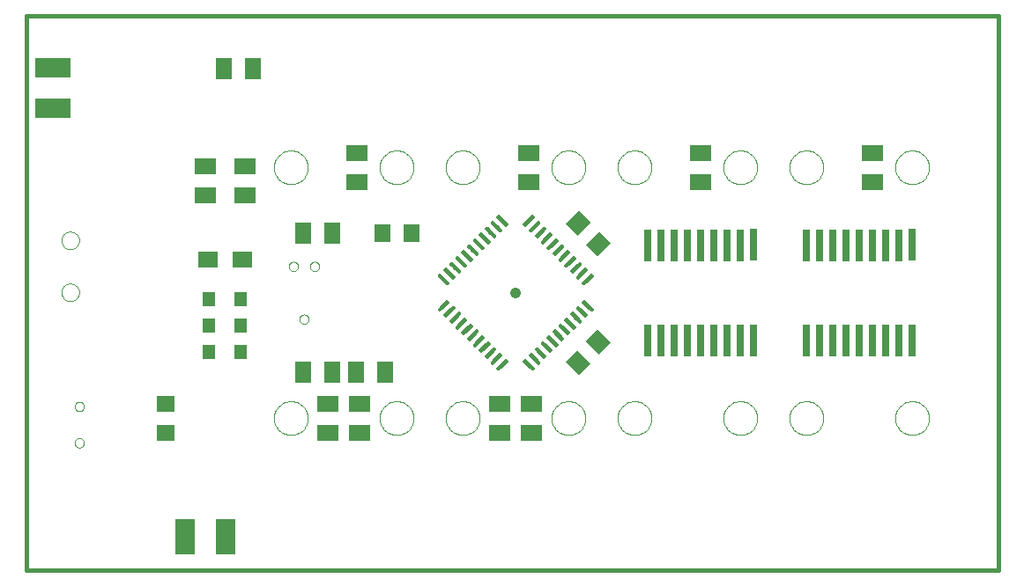
<source format=gbp>
G75*
G70*
%OFA0B0*%
%FSLAX24Y24*%
%IPPOS*%
%LPD*%
%AMOC8*
5,1,8,0,0,1.08239X$1,22.5*
%
%ADD10C,0.0160*%
%ADD11C,0.0000*%
%ADD12R,0.0630X0.0787*%
%ADD13R,0.0630X0.0709*%
%ADD14R,0.0787X0.0630*%
%ADD15R,0.0260X0.1200*%
%ADD16R,0.1339X0.0748*%
%ADD17R,0.0748X0.1339*%
%ADD18R,0.0748X0.0630*%
%ADD19R,0.0472X0.0551*%
%ADD20R,0.0709X0.0630*%
%ADD21C,0.0142*%
%ADD22C,0.0394*%
D10*
X000620Y000267D02*
X037370Y000267D01*
X037370Y021267D01*
X000620Y021267D01*
X000620Y000267D01*
D11*
X002443Y005078D02*
X002445Y005104D01*
X002451Y005130D01*
X002461Y005155D01*
X002474Y005178D01*
X002490Y005198D01*
X002510Y005216D01*
X002532Y005231D01*
X002555Y005243D01*
X002581Y005251D01*
X002607Y005255D01*
X002633Y005255D01*
X002659Y005251D01*
X002685Y005243D01*
X002709Y005231D01*
X002730Y005216D01*
X002750Y005198D01*
X002766Y005178D01*
X002779Y005155D01*
X002789Y005130D01*
X002795Y005104D01*
X002797Y005078D01*
X002795Y005052D01*
X002789Y005026D01*
X002779Y005001D01*
X002766Y004978D01*
X002750Y004958D01*
X002730Y004940D01*
X002708Y004925D01*
X002685Y004913D01*
X002659Y004905D01*
X002633Y004901D01*
X002607Y004901D01*
X002581Y004905D01*
X002555Y004913D01*
X002531Y004925D01*
X002510Y004940D01*
X002490Y004958D01*
X002474Y004978D01*
X002461Y005001D01*
X002451Y005026D01*
X002445Y005052D01*
X002443Y005078D01*
X002443Y006456D02*
X002445Y006482D01*
X002451Y006508D01*
X002461Y006533D01*
X002474Y006556D01*
X002490Y006576D01*
X002510Y006594D01*
X002532Y006609D01*
X002555Y006621D01*
X002581Y006629D01*
X002607Y006633D01*
X002633Y006633D01*
X002659Y006629D01*
X002685Y006621D01*
X002709Y006609D01*
X002730Y006594D01*
X002750Y006576D01*
X002766Y006556D01*
X002779Y006533D01*
X002789Y006508D01*
X002795Y006482D01*
X002797Y006456D01*
X002795Y006430D01*
X002789Y006404D01*
X002779Y006379D01*
X002766Y006356D01*
X002750Y006336D01*
X002730Y006318D01*
X002708Y006303D01*
X002685Y006291D01*
X002659Y006283D01*
X002633Y006279D01*
X002607Y006279D01*
X002581Y006283D01*
X002555Y006291D01*
X002531Y006303D01*
X002510Y006318D01*
X002490Y006336D01*
X002474Y006356D01*
X002461Y006379D01*
X002451Y006404D01*
X002445Y006430D01*
X002443Y006456D01*
X001939Y010782D02*
X001941Y010818D01*
X001947Y010854D01*
X001957Y010889D01*
X001970Y010923D01*
X001987Y010955D01*
X002007Y010985D01*
X002031Y011012D01*
X002057Y011037D01*
X002086Y011059D01*
X002117Y011078D01*
X002150Y011093D01*
X002184Y011105D01*
X002220Y011113D01*
X002256Y011117D01*
X002292Y011117D01*
X002328Y011113D01*
X002364Y011105D01*
X002398Y011093D01*
X002431Y011078D01*
X002462Y011059D01*
X002491Y011037D01*
X002517Y011012D01*
X002541Y010985D01*
X002561Y010955D01*
X002578Y010923D01*
X002591Y010889D01*
X002601Y010854D01*
X002607Y010818D01*
X002609Y010782D01*
X002607Y010746D01*
X002601Y010710D01*
X002591Y010675D01*
X002578Y010641D01*
X002561Y010609D01*
X002541Y010579D01*
X002517Y010552D01*
X002491Y010527D01*
X002462Y010505D01*
X002431Y010486D01*
X002398Y010471D01*
X002364Y010459D01*
X002328Y010451D01*
X002292Y010447D01*
X002256Y010447D01*
X002220Y010451D01*
X002184Y010459D01*
X002150Y010471D01*
X002117Y010486D01*
X002086Y010505D01*
X002057Y010527D01*
X002031Y010552D01*
X002007Y010579D01*
X001987Y010609D01*
X001970Y010641D01*
X001957Y010675D01*
X001947Y010710D01*
X001941Y010746D01*
X001939Y010782D01*
X001939Y012751D02*
X001941Y012787D01*
X001947Y012823D01*
X001957Y012858D01*
X001970Y012892D01*
X001987Y012924D01*
X002007Y012954D01*
X002031Y012981D01*
X002057Y013006D01*
X002086Y013028D01*
X002117Y013047D01*
X002150Y013062D01*
X002184Y013074D01*
X002220Y013082D01*
X002256Y013086D01*
X002292Y013086D01*
X002328Y013082D01*
X002364Y013074D01*
X002398Y013062D01*
X002431Y013047D01*
X002462Y013028D01*
X002491Y013006D01*
X002517Y012981D01*
X002541Y012954D01*
X002561Y012924D01*
X002578Y012892D01*
X002591Y012858D01*
X002601Y012823D01*
X002607Y012787D01*
X002609Y012751D01*
X002607Y012715D01*
X002601Y012679D01*
X002591Y012644D01*
X002578Y012610D01*
X002561Y012578D01*
X002541Y012548D01*
X002517Y012521D01*
X002491Y012496D01*
X002462Y012474D01*
X002431Y012455D01*
X002398Y012440D01*
X002364Y012428D01*
X002328Y012420D01*
X002292Y012416D01*
X002256Y012416D01*
X002220Y012420D01*
X002184Y012428D01*
X002150Y012440D01*
X002117Y012455D01*
X002086Y012474D01*
X002057Y012496D01*
X002031Y012521D01*
X002007Y012548D01*
X001987Y012578D01*
X001970Y012610D01*
X001957Y012644D01*
X001947Y012679D01*
X001941Y012715D01*
X001939Y012751D01*
X010545Y011767D02*
X010547Y011793D01*
X010553Y011819D01*
X010562Y011843D01*
X010575Y011866D01*
X010592Y011886D01*
X010611Y011904D01*
X010633Y011919D01*
X010656Y011930D01*
X010681Y011938D01*
X010707Y011942D01*
X010733Y011942D01*
X010759Y011938D01*
X010784Y011930D01*
X010808Y011919D01*
X010829Y011904D01*
X010848Y011886D01*
X010865Y011866D01*
X010878Y011843D01*
X010887Y011819D01*
X010893Y011793D01*
X010895Y011767D01*
X010893Y011741D01*
X010887Y011715D01*
X010878Y011691D01*
X010865Y011668D01*
X010848Y011648D01*
X010829Y011630D01*
X010807Y011615D01*
X010784Y011604D01*
X010759Y011596D01*
X010733Y011592D01*
X010707Y011592D01*
X010681Y011596D01*
X010656Y011604D01*
X010632Y011615D01*
X010611Y011630D01*
X010592Y011648D01*
X010575Y011668D01*
X010562Y011691D01*
X010553Y011715D01*
X010547Y011741D01*
X010545Y011767D01*
X011345Y011767D02*
X011347Y011793D01*
X011353Y011819D01*
X011362Y011843D01*
X011375Y011866D01*
X011392Y011886D01*
X011411Y011904D01*
X011433Y011919D01*
X011456Y011930D01*
X011481Y011938D01*
X011507Y011942D01*
X011533Y011942D01*
X011559Y011938D01*
X011584Y011930D01*
X011608Y011919D01*
X011629Y011904D01*
X011648Y011886D01*
X011665Y011866D01*
X011678Y011843D01*
X011687Y011819D01*
X011693Y011793D01*
X011695Y011767D01*
X011693Y011741D01*
X011687Y011715D01*
X011678Y011691D01*
X011665Y011668D01*
X011648Y011648D01*
X011629Y011630D01*
X011607Y011615D01*
X011584Y011604D01*
X011559Y011596D01*
X011533Y011592D01*
X011507Y011592D01*
X011481Y011596D01*
X011456Y011604D01*
X011432Y011615D01*
X011411Y011630D01*
X011392Y011648D01*
X011375Y011668D01*
X011362Y011691D01*
X011353Y011715D01*
X011347Y011741D01*
X011345Y011767D01*
X010945Y009767D02*
X010947Y009793D01*
X010953Y009819D01*
X010962Y009843D01*
X010975Y009866D01*
X010992Y009886D01*
X011011Y009904D01*
X011033Y009919D01*
X011056Y009930D01*
X011081Y009938D01*
X011107Y009942D01*
X011133Y009942D01*
X011159Y009938D01*
X011184Y009930D01*
X011208Y009919D01*
X011229Y009904D01*
X011248Y009886D01*
X011265Y009866D01*
X011278Y009843D01*
X011287Y009819D01*
X011293Y009793D01*
X011295Y009767D01*
X011293Y009741D01*
X011287Y009715D01*
X011278Y009691D01*
X011265Y009668D01*
X011248Y009648D01*
X011229Y009630D01*
X011207Y009615D01*
X011184Y009604D01*
X011159Y009596D01*
X011133Y009592D01*
X011107Y009592D01*
X011081Y009596D01*
X011056Y009604D01*
X011032Y009615D01*
X011011Y009630D01*
X010992Y009648D01*
X010975Y009668D01*
X010962Y009691D01*
X010953Y009715D01*
X010947Y009741D01*
X010945Y009767D01*
X009980Y006017D02*
X009982Y006067D01*
X009988Y006117D01*
X009998Y006166D01*
X010011Y006215D01*
X010029Y006262D01*
X010050Y006308D01*
X010074Y006351D01*
X010102Y006393D01*
X010133Y006433D01*
X010167Y006470D01*
X010204Y006504D01*
X010244Y006535D01*
X010286Y006563D01*
X010329Y006587D01*
X010375Y006608D01*
X010422Y006626D01*
X010471Y006639D01*
X010520Y006649D01*
X010570Y006655D01*
X010620Y006657D01*
X010670Y006655D01*
X010720Y006649D01*
X010769Y006639D01*
X010818Y006626D01*
X010865Y006608D01*
X010911Y006587D01*
X010954Y006563D01*
X010996Y006535D01*
X011036Y006504D01*
X011073Y006470D01*
X011107Y006433D01*
X011138Y006393D01*
X011166Y006351D01*
X011190Y006308D01*
X011211Y006262D01*
X011229Y006215D01*
X011242Y006166D01*
X011252Y006117D01*
X011258Y006067D01*
X011260Y006017D01*
X011258Y005967D01*
X011252Y005917D01*
X011242Y005868D01*
X011229Y005819D01*
X011211Y005772D01*
X011190Y005726D01*
X011166Y005683D01*
X011138Y005641D01*
X011107Y005601D01*
X011073Y005564D01*
X011036Y005530D01*
X010996Y005499D01*
X010954Y005471D01*
X010911Y005447D01*
X010865Y005426D01*
X010818Y005408D01*
X010769Y005395D01*
X010720Y005385D01*
X010670Y005379D01*
X010620Y005377D01*
X010570Y005379D01*
X010520Y005385D01*
X010471Y005395D01*
X010422Y005408D01*
X010375Y005426D01*
X010329Y005447D01*
X010286Y005471D01*
X010244Y005499D01*
X010204Y005530D01*
X010167Y005564D01*
X010133Y005601D01*
X010102Y005641D01*
X010074Y005683D01*
X010050Y005726D01*
X010029Y005772D01*
X010011Y005819D01*
X009998Y005868D01*
X009988Y005917D01*
X009982Y005967D01*
X009980Y006017D01*
X013980Y006017D02*
X013982Y006067D01*
X013988Y006117D01*
X013998Y006166D01*
X014011Y006215D01*
X014029Y006262D01*
X014050Y006308D01*
X014074Y006351D01*
X014102Y006393D01*
X014133Y006433D01*
X014167Y006470D01*
X014204Y006504D01*
X014244Y006535D01*
X014286Y006563D01*
X014329Y006587D01*
X014375Y006608D01*
X014422Y006626D01*
X014471Y006639D01*
X014520Y006649D01*
X014570Y006655D01*
X014620Y006657D01*
X014670Y006655D01*
X014720Y006649D01*
X014769Y006639D01*
X014818Y006626D01*
X014865Y006608D01*
X014911Y006587D01*
X014954Y006563D01*
X014996Y006535D01*
X015036Y006504D01*
X015073Y006470D01*
X015107Y006433D01*
X015138Y006393D01*
X015166Y006351D01*
X015190Y006308D01*
X015211Y006262D01*
X015229Y006215D01*
X015242Y006166D01*
X015252Y006117D01*
X015258Y006067D01*
X015260Y006017D01*
X015258Y005967D01*
X015252Y005917D01*
X015242Y005868D01*
X015229Y005819D01*
X015211Y005772D01*
X015190Y005726D01*
X015166Y005683D01*
X015138Y005641D01*
X015107Y005601D01*
X015073Y005564D01*
X015036Y005530D01*
X014996Y005499D01*
X014954Y005471D01*
X014911Y005447D01*
X014865Y005426D01*
X014818Y005408D01*
X014769Y005395D01*
X014720Y005385D01*
X014670Y005379D01*
X014620Y005377D01*
X014570Y005379D01*
X014520Y005385D01*
X014471Y005395D01*
X014422Y005408D01*
X014375Y005426D01*
X014329Y005447D01*
X014286Y005471D01*
X014244Y005499D01*
X014204Y005530D01*
X014167Y005564D01*
X014133Y005601D01*
X014102Y005641D01*
X014074Y005683D01*
X014050Y005726D01*
X014029Y005772D01*
X014011Y005819D01*
X013998Y005868D01*
X013988Y005917D01*
X013982Y005967D01*
X013980Y006017D01*
X016480Y006017D02*
X016482Y006067D01*
X016488Y006117D01*
X016498Y006166D01*
X016511Y006215D01*
X016529Y006262D01*
X016550Y006308D01*
X016574Y006351D01*
X016602Y006393D01*
X016633Y006433D01*
X016667Y006470D01*
X016704Y006504D01*
X016744Y006535D01*
X016786Y006563D01*
X016829Y006587D01*
X016875Y006608D01*
X016922Y006626D01*
X016971Y006639D01*
X017020Y006649D01*
X017070Y006655D01*
X017120Y006657D01*
X017170Y006655D01*
X017220Y006649D01*
X017269Y006639D01*
X017318Y006626D01*
X017365Y006608D01*
X017411Y006587D01*
X017454Y006563D01*
X017496Y006535D01*
X017536Y006504D01*
X017573Y006470D01*
X017607Y006433D01*
X017638Y006393D01*
X017666Y006351D01*
X017690Y006308D01*
X017711Y006262D01*
X017729Y006215D01*
X017742Y006166D01*
X017752Y006117D01*
X017758Y006067D01*
X017760Y006017D01*
X017758Y005967D01*
X017752Y005917D01*
X017742Y005868D01*
X017729Y005819D01*
X017711Y005772D01*
X017690Y005726D01*
X017666Y005683D01*
X017638Y005641D01*
X017607Y005601D01*
X017573Y005564D01*
X017536Y005530D01*
X017496Y005499D01*
X017454Y005471D01*
X017411Y005447D01*
X017365Y005426D01*
X017318Y005408D01*
X017269Y005395D01*
X017220Y005385D01*
X017170Y005379D01*
X017120Y005377D01*
X017070Y005379D01*
X017020Y005385D01*
X016971Y005395D01*
X016922Y005408D01*
X016875Y005426D01*
X016829Y005447D01*
X016786Y005471D01*
X016744Y005499D01*
X016704Y005530D01*
X016667Y005564D01*
X016633Y005601D01*
X016602Y005641D01*
X016574Y005683D01*
X016550Y005726D01*
X016529Y005772D01*
X016511Y005819D01*
X016498Y005868D01*
X016488Y005917D01*
X016482Y005967D01*
X016480Y006017D01*
X020480Y006017D02*
X020482Y006067D01*
X020488Y006117D01*
X020498Y006166D01*
X020511Y006215D01*
X020529Y006262D01*
X020550Y006308D01*
X020574Y006351D01*
X020602Y006393D01*
X020633Y006433D01*
X020667Y006470D01*
X020704Y006504D01*
X020744Y006535D01*
X020786Y006563D01*
X020829Y006587D01*
X020875Y006608D01*
X020922Y006626D01*
X020971Y006639D01*
X021020Y006649D01*
X021070Y006655D01*
X021120Y006657D01*
X021170Y006655D01*
X021220Y006649D01*
X021269Y006639D01*
X021318Y006626D01*
X021365Y006608D01*
X021411Y006587D01*
X021454Y006563D01*
X021496Y006535D01*
X021536Y006504D01*
X021573Y006470D01*
X021607Y006433D01*
X021638Y006393D01*
X021666Y006351D01*
X021690Y006308D01*
X021711Y006262D01*
X021729Y006215D01*
X021742Y006166D01*
X021752Y006117D01*
X021758Y006067D01*
X021760Y006017D01*
X021758Y005967D01*
X021752Y005917D01*
X021742Y005868D01*
X021729Y005819D01*
X021711Y005772D01*
X021690Y005726D01*
X021666Y005683D01*
X021638Y005641D01*
X021607Y005601D01*
X021573Y005564D01*
X021536Y005530D01*
X021496Y005499D01*
X021454Y005471D01*
X021411Y005447D01*
X021365Y005426D01*
X021318Y005408D01*
X021269Y005395D01*
X021220Y005385D01*
X021170Y005379D01*
X021120Y005377D01*
X021070Y005379D01*
X021020Y005385D01*
X020971Y005395D01*
X020922Y005408D01*
X020875Y005426D01*
X020829Y005447D01*
X020786Y005471D01*
X020744Y005499D01*
X020704Y005530D01*
X020667Y005564D01*
X020633Y005601D01*
X020602Y005641D01*
X020574Y005683D01*
X020550Y005726D01*
X020529Y005772D01*
X020511Y005819D01*
X020498Y005868D01*
X020488Y005917D01*
X020482Y005967D01*
X020480Y006017D01*
X022980Y006017D02*
X022982Y006067D01*
X022988Y006117D01*
X022998Y006166D01*
X023011Y006215D01*
X023029Y006262D01*
X023050Y006308D01*
X023074Y006351D01*
X023102Y006393D01*
X023133Y006433D01*
X023167Y006470D01*
X023204Y006504D01*
X023244Y006535D01*
X023286Y006563D01*
X023329Y006587D01*
X023375Y006608D01*
X023422Y006626D01*
X023471Y006639D01*
X023520Y006649D01*
X023570Y006655D01*
X023620Y006657D01*
X023670Y006655D01*
X023720Y006649D01*
X023769Y006639D01*
X023818Y006626D01*
X023865Y006608D01*
X023911Y006587D01*
X023954Y006563D01*
X023996Y006535D01*
X024036Y006504D01*
X024073Y006470D01*
X024107Y006433D01*
X024138Y006393D01*
X024166Y006351D01*
X024190Y006308D01*
X024211Y006262D01*
X024229Y006215D01*
X024242Y006166D01*
X024252Y006117D01*
X024258Y006067D01*
X024260Y006017D01*
X024258Y005967D01*
X024252Y005917D01*
X024242Y005868D01*
X024229Y005819D01*
X024211Y005772D01*
X024190Y005726D01*
X024166Y005683D01*
X024138Y005641D01*
X024107Y005601D01*
X024073Y005564D01*
X024036Y005530D01*
X023996Y005499D01*
X023954Y005471D01*
X023911Y005447D01*
X023865Y005426D01*
X023818Y005408D01*
X023769Y005395D01*
X023720Y005385D01*
X023670Y005379D01*
X023620Y005377D01*
X023570Y005379D01*
X023520Y005385D01*
X023471Y005395D01*
X023422Y005408D01*
X023375Y005426D01*
X023329Y005447D01*
X023286Y005471D01*
X023244Y005499D01*
X023204Y005530D01*
X023167Y005564D01*
X023133Y005601D01*
X023102Y005641D01*
X023074Y005683D01*
X023050Y005726D01*
X023029Y005772D01*
X023011Y005819D01*
X022998Y005868D01*
X022988Y005917D01*
X022982Y005967D01*
X022980Y006017D01*
X026980Y006017D02*
X026982Y006067D01*
X026988Y006117D01*
X026998Y006166D01*
X027011Y006215D01*
X027029Y006262D01*
X027050Y006308D01*
X027074Y006351D01*
X027102Y006393D01*
X027133Y006433D01*
X027167Y006470D01*
X027204Y006504D01*
X027244Y006535D01*
X027286Y006563D01*
X027329Y006587D01*
X027375Y006608D01*
X027422Y006626D01*
X027471Y006639D01*
X027520Y006649D01*
X027570Y006655D01*
X027620Y006657D01*
X027670Y006655D01*
X027720Y006649D01*
X027769Y006639D01*
X027818Y006626D01*
X027865Y006608D01*
X027911Y006587D01*
X027954Y006563D01*
X027996Y006535D01*
X028036Y006504D01*
X028073Y006470D01*
X028107Y006433D01*
X028138Y006393D01*
X028166Y006351D01*
X028190Y006308D01*
X028211Y006262D01*
X028229Y006215D01*
X028242Y006166D01*
X028252Y006117D01*
X028258Y006067D01*
X028260Y006017D01*
X028258Y005967D01*
X028252Y005917D01*
X028242Y005868D01*
X028229Y005819D01*
X028211Y005772D01*
X028190Y005726D01*
X028166Y005683D01*
X028138Y005641D01*
X028107Y005601D01*
X028073Y005564D01*
X028036Y005530D01*
X027996Y005499D01*
X027954Y005471D01*
X027911Y005447D01*
X027865Y005426D01*
X027818Y005408D01*
X027769Y005395D01*
X027720Y005385D01*
X027670Y005379D01*
X027620Y005377D01*
X027570Y005379D01*
X027520Y005385D01*
X027471Y005395D01*
X027422Y005408D01*
X027375Y005426D01*
X027329Y005447D01*
X027286Y005471D01*
X027244Y005499D01*
X027204Y005530D01*
X027167Y005564D01*
X027133Y005601D01*
X027102Y005641D01*
X027074Y005683D01*
X027050Y005726D01*
X027029Y005772D01*
X027011Y005819D01*
X026998Y005868D01*
X026988Y005917D01*
X026982Y005967D01*
X026980Y006017D01*
X029480Y006017D02*
X029482Y006067D01*
X029488Y006117D01*
X029498Y006166D01*
X029511Y006215D01*
X029529Y006262D01*
X029550Y006308D01*
X029574Y006351D01*
X029602Y006393D01*
X029633Y006433D01*
X029667Y006470D01*
X029704Y006504D01*
X029744Y006535D01*
X029786Y006563D01*
X029829Y006587D01*
X029875Y006608D01*
X029922Y006626D01*
X029971Y006639D01*
X030020Y006649D01*
X030070Y006655D01*
X030120Y006657D01*
X030170Y006655D01*
X030220Y006649D01*
X030269Y006639D01*
X030318Y006626D01*
X030365Y006608D01*
X030411Y006587D01*
X030454Y006563D01*
X030496Y006535D01*
X030536Y006504D01*
X030573Y006470D01*
X030607Y006433D01*
X030638Y006393D01*
X030666Y006351D01*
X030690Y006308D01*
X030711Y006262D01*
X030729Y006215D01*
X030742Y006166D01*
X030752Y006117D01*
X030758Y006067D01*
X030760Y006017D01*
X030758Y005967D01*
X030752Y005917D01*
X030742Y005868D01*
X030729Y005819D01*
X030711Y005772D01*
X030690Y005726D01*
X030666Y005683D01*
X030638Y005641D01*
X030607Y005601D01*
X030573Y005564D01*
X030536Y005530D01*
X030496Y005499D01*
X030454Y005471D01*
X030411Y005447D01*
X030365Y005426D01*
X030318Y005408D01*
X030269Y005395D01*
X030220Y005385D01*
X030170Y005379D01*
X030120Y005377D01*
X030070Y005379D01*
X030020Y005385D01*
X029971Y005395D01*
X029922Y005408D01*
X029875Y005426D01*
X029829Y005447D01*
X029786Y005471D01*
X029744Y005499D01*
X029704Y005530D01*
X029667Y005564D01*
X029633Y005601D01*
X029602Y005641D01*
X029574Y005683D01*
X029550Y005726D01*
X029529Y005772D01*
X029511Y005819D01*
X029498Y005868D01*
X029488Y005917D01*
X029482Y005967D01*
X029480Y006017D01*
X033480Y006017D02*
X033482Y006067D01*
X033488Y006117D01*
X033498Y006166D01*
X033511Y006215D01*
X033529Y006262D01*
X033550Y006308D01*
X033574Y006351D01*
X033602Y006393D01*
X033633Y006433D01*
X033667Y006470D01*
X033704Y006504D01*
X033744Y006535D01*
X033786Y006563D01*
X033829Y006587D01*
X033875Y006608D01*
X033922Y006626D01*
X033971Y006639D01*
X034020Y006649D01*
X034070Y006655D01*
X034120Y006657D01*
X034170Y006655D01*
X034220Y006649D01*
X034269Y006639D01*
X034318Y006626D01*
X034365Y006608D01*
X034411Y006587D01*
X034454Y006563D01*
X034496Y006535D01*
X034536Y006504D01*
X034573Y006470D01*
X034607Y006433D01*
X034638Y006393D01*
X034666Y006351D01*
X034690Y006308D01*
X034711Y006262D01*
X034729Y006215D01*
X034742Y006166D01*
X034752Y006117D01*
X034758Y006067D01*
X034760Y006017D01*
X034758Y005967D01*
X034752Y005917D01*
X034742Y005868D01*
X034729Y005819D01*
X034711Y005772D01*
X034690Y005726D01*
X034666Y005683D01*
X034638Y005641D01*
X034607Y005601D01*
X034573Y005564D01*
X034536Y005530D01*
X034496Y005499D01*
X034454Y005471D01*
X034411Y005447D01*
X034365Y005426D01*
X034318Y005408D01*
X034269Y005395D01*
X034220Y005385D01*
X034170Y005379D01*
X034120Y005377D01*
X034070Y005379D01*
X034020Y005385D01*
X033971Y005395D01*
X033922Y005408D01*
X033875Y005426D01*
X033829Y005447D01*
X033786Y005471D01*
X033744Y005499D01*
X033704Y005530D01*
X033667Y005564D01*
X033633Y005601D01*
X033602Y005641D01*
X033574Y005683D01*
X033550Y005726D01*
X033529Y005772D01*
X033511Y005819D01*
X033498Y005868D01*
X033488Y005917D01*
X033482Y005967D01*
X033480Y006017D01*
X033480Y015517D02*
X033482Y015567D01*
X033488Y015617D01*
X033498Y015666D01*
X033511Y015715D01*
X033529Y015762D01*
X033550Y015808D01*
X033574Y015851D01*
X033602Y015893D01*
X033633Y015933D01*
X033667Y015970D01*
X033704Y016004D01*
X033744Y016035D01*
X033786Y016063D01*
X033829Y016087D01*
X033875Y016108D01*
X033922Y016126D01*
X033971Y016139D01*
X034020Y016149D01*
X034070Y016155D01*
X034120Y016157D01*
X034170Y016155D01*
X034220Y016149D01*
X034269Y016139D01*
X034318Y016126D01*
X034365Y016108D01*
X034411Y016087D01*
X034454Y016063D01*
X034496Y016035D01*
X034536Y016004D01*
X034573Y015970D01*
X034607Y015933D01*
X034638Y015893D01*
X034666Y015851D01*
X034690Y015808D01*
X034711Y015762D01*
X034729Y015715D01*
X034742Y015666D01*
X034752Y015617D01*
X034758Y015567D01*
X034760Y015517D01*
X034758Y015467D01*
X034752Y015417D01*
X034742Y015368D01*
X034729Y015319D01*
X034711Y015272D01*
X034690Y015226D01*
X034666Y015183D01*
X034638Y015141D01*
X034607Y015101D01*
X034573Y015064D01*
X034536Y015030D01*
X034496Y014999D01*
X034454Y014971D01*
X034411Y014947D01*
X034365Y014926D01*
X034318Y014908D01*
X034269Y014895D01*
X034220Y014885D01*
X034170Y014879D01*
X034120Y014877D01*
X034070Y014879D01*
X034020Y014885D01*
X033971Y014895D01*
X033922Y014908D01*
X033875Y014926D01*
X033829Y014947D01*
X033786Y014971D01*
X033744Y014999D01*
X033704Y015030D01*
X033667Y015064D01*
X033633Y015101D01*
X033602Y015141D01*
X033574Y015183D01*
X033550Y015226D01*
X033529Y015272D01*
X033511Y015319D01*
X033498Y015368D01*
X033488Y015417D01*
X033482Y015467D01*
X033480Y015517D01*
X029480Y015517D02*
X029482Y015567D01*
X029488Y015617D01*
X029498Y015666D01*
X029511Y015715D01*
X029529Y015762D01*
X029550Y015808D01*
X029574Y015851D01*
X029602Y015893D01*
X029633Y015933D01*
X029667Y015970D01*
X029704Y016004D01*
X029744Y016035D01*
X029786Y016063D01*
X029829Y016087D01*
X029875Y016108D01*
X029922Y016126D01*
X029971Y016139D01*
X030020Y016149D01*
X030070Y016155D01*
X030120Y016157D01*
X030170Y016155D01*
X030220Y016149D01*
X030269Y016139D01*
X030318Y016126D01*
X030365Y016108D01*
X030411Y016087D01*
X030454Y016063D01*
X030496Y016035D01*
X030536Y016004D01*
X030573Y015970D01*
X030607Y015933D01*
X030638Y015893D01*
X030666Y015851D01*
X030690Y015808D01*
X030711Y015762D01*
X030729Y015715D01*
X030742Y015666D01*
X030752Y015617D01*
X030758Y015567D01*
X030760Y015517D01*
X030758Y015467D01*
X030752Y015417D01*
X030742Y015368D01*
X030729Y015319D01*
X030711Y015272D01*
X030690Y015226D01*
X030666Y015183D01*
X030638Y015141D01*
X030607Y015101D01*
X030573Y015064D01*
X030536Y015030D01*
X030496Y014999D01*
X030454Y014971D01*
X030411Y014947D01*
X030365Y014926D01*
X030318Y014908D01*
X030269Y014895D01*
X030220Y014885D01*
X030170Y014879D01*
X030120Y014877D01*
X030070Y014879D01*
X030020Y014885D01*
X029971Y014895D01*
X029922Y014908D01*
X029875Y014926D01*
X029829Y014947D01*
X029786Y014971D01*
X029744Y014999D01*
X029704Y015030D01*
X029667Y015064D01*
X029633Y015101D01*
X029602Y015141D01*
X029574Y015183D01*
X029550Y015226D01*
X029529Y015272D01*
X029511Y015319D01*
X029498Y015368D01*
X029488Y015417D01*
X029482Y015467D01*
X029480Y015517D01*
X026980Y015517D02*
X026982Y015567D01*
X026988Y015617D01*
X026998Y015666D01*
X027011Y015715D01*
X027029Y015762D01*
X027050Y015808D01*
X027074Y015851D01*
X027102Y015893D01*
X027133Y015933D01*
X027167Y015970D01*
X027204Y016004D01*
X027244Y016035D01*
X027286Y016063D01*
X027329Y016087D01*
X027375Y016108D01*
X027422Y016126D01*
X027471Y016139D01*
X027520Y016149D01*
X027570Y016155D01*
X027620Y016157D01*
X027670Y016155D01*
X027720Y016149D01*
X027769Y016139D01*
X027818Y016126D01*
X027865Y016108D01*
X027911Y016087D01*
X027954Y016063D01*
X027996Y016035D01*
X028036Y016004D01*
X028073Y015970D01*
X028107Y015933D01*
X028138Y015893D01*
X028166Y015851D01*
X028190Y015808D01*
X028211Y015762D01*
X028229Y015715D01*
X028242Y015666D01*
X028252Y015617D01*
X028258Y015567D01*
X028260Y015517D01*
X028258Y015467D01*
X028252Y015417D01*
X028242Y015368D01*
X028229Y015319D01*
X028211Y015272D01*
X028190Y015226D01*
X028166Y015183D01*
X028138Y015141D01*
X028107Y015101D01*
X028073Y015064D01*
X028036Y015030D01*
X027996Y014999D01*
X027954Y014971D01*
X027911Y014947D01*
X027865Y014926D01*
X027818Y014908D01*
X027769Y014895D01*
X027720Y014885D01*
X027670Y014879D01*
X027620Y014877D01*
X027570Y014879D01*
X027520Y014885D01*
X027471Y014895D01*
X027422Y014908D01*
X027375Y014926D01*
X027329Y014947D01*
X027286Y014971D01*
X027244Y014999D01*
X027204Y015030D01*
X027167Y015064D01*
X027133Y015101D01*
X027102Y015141D01*
X027074Y015183D01*
X027050Y015226D01*
X027029Y015272D01*
X027011Y015319D01*
X026998Y015368D01*
X026988Y015417D01*
X026982Y015467D01*
X026980Y015517D01*
X022980Y015517D02*
X022982Y015567D01*
X022988Y015617D01*
X022998Y015666D01*
X023011Y015715D01*
X023029Y015762D01*
X023050Y015808D01*
X023074Y015851D01*
X023102Y015893D01*
X023133Y015933D01*
X023167Y015970D01*
X023204Y016004D01*
X023244Y016035D01*
X023286Y016063D01*
X023329Y016087D01*
X023375Y016108D01*
X023422Y016126D01*
X023471Y016139D01*
X023520Y016149D01*
X023570Y016155D01*
X023620Y016157D01*
X023670Y016155D01*
X023720Y016149D01*
X023769Y016139D01*
X023818Y016126D01*
X023865Y016108D01*
X023911Y016087D01*
X023954Y016063D01*
X023996Y016035D01*
X024036Y016004D01*
X024073Y015970D01*
X024107Y015933D01*
X024138Y015893D01*
X024166Y015851D01*
X024190Y015808D01*
X024211Y015762D01*
X024229Y015715D01*
X024242Y015666D01*
X024252Y015617D01*
X024258Y015567D01*
X024260Y015517D01*
X024258Y015467D01*
X024252Y015417D01*
X024242Y015368D01*
X024229Y015319D01*
X024211Y015272D01*
X024190Y015226D01*
X024166Y015183D01*
X024138Y015141D01*
X024107Y015101D01*
X024073Y015064D01*
X024036Y015030D01*
X023996Y014999D01*
X023954Y014971D01*
X023911Y014947D01*
X023865Y014926D01*
X023818Y014908D01*
X023769Y014895D01*
X023720Y014885D01*
X023670Y014879D01*
X023620Y014877D01*
X023570Y014879D01*
X023520Y014885D01*
X023471Y014895D01*
X023422Y014908D01*
X023375Y014926D01*
X023329Y014947D01*
X023286Y014971D01*
X023244Y014999D01*
X023204Y015030D01*
X023167Y015064D01*
X023133Y015101D01*
X023102Y015141D01*
X023074Y015183D01*
X023050Y015226D01*
X023029Y015272D01*
X023011Y015319D01*
X022998Y015368D01*
X022988Y015417D01*
X022982Y015467D01*
X022980Y015517D01*
X020480Y015517D02*
X020482Y015567D01*
X020488Y015617D01*
X020498Y015666D01*
X020511Y015715D01*
X020529Y015762D01*
X020550Y015808D01*
X020574Y015851D01*
X020602Y015893D01*
X020633Y015933D01*
X020667Y015970D01*
X020704Y016004D01*
X020744Y016035D01*
X020786Y016063D01*
X020829Y016087D01*
X020875Y016108D01*
X020922Y016126D01*
X020971Y016139D01*
X021020Y016149D01*
X021070Y016155D01*
X021120Y016157D01*
X021170Y016155D01*
X021220Y016149D01*
X021269Y016139D01*
X021318Y016126D01*
X021365Y016108D01*
X021411Y016087D01*
X021454Y016063D01*
X021496Y016035D01*
X021536Y016004D01*
X021573Y015970D01*
X021607Y015933D01*
X021638Y015893D01*
X021666Y015851D01*
X021690Y015808D01*
X021711Y015762D01*
X021729Y015715D01*
X021742Y015666D01*
X021752Y015617D01*
X021758Y015567D01*
X021760Y015517D01*
X021758Y015467D01*
X021752Y015417D01*
X021742Y015368D01*
X021729Y015319D01*
X021711Y015272D01*
X021690Y015226D01*
X021666Y015183D01*
X021638Y015141D01*
X021607Y015101D01*
X021573Y015064D01*
X021536Y015030D01*
X021496Y014999D01*
X021454Y014971D01*
X021411Y014947D01*
X021365Y014926D01*
X021318Y014908D01*
X021269Y014895D01*
X021220Y014885D01*
X021170Y014879D01*
X021120Y014877D01*
X021070Y014879D01*
X021020Y014885D01*
X020971Y014895D01*
X020922Y014908D01*
X020875Y014926D01*
X020829Y014947D01*
X020786Y014971D01*
X020744Y014999D01*
X020704Y015030D01*
X020667Y015064D01*
X020633Y015101D01*
X020602Y015141D01*
X020574Y015183D01*
X020550Y015226D01*
X020529Y015272D01*
X020511Y015319D01*
X020498Y015368D01*
X020488Y015417D01*
X020482Y015467D01*
X020480Y015517D01*
X016480Y015517D02*
X016482Y015567D01*
X016488Y015617D01*
X016498Y015666D01*
X016511Y015715D01*
X016529Y015762D01*
X016550Y015808D01*
X016574Y015851D01*
X016602Y015893D01*
X016633Y015933D01*
X016667Y015970D01*
X016704Y016004D01*
X016744Y016035D01*
X016786Y016063D01*
X016829Y016087D01*
X016875Y016108D01*
X016922Y016126D01*
X016971Y016139D01*
X017020Y016149D01*
X017070Y016155D01*
X017120Y016157D01*
X017170Y016155D01*
X017220Y016149D01*
X017269Y016139D01*
X017318Y016126D01*
X017365Y016108D01*
X017411Y016087D01*
X017454Y016063D01*
X017496Y016035D01*
X017536Y016004D01*
X017573Y015970D01*
X017607Y015933D01*
X017638Y015893D01*
X017666Y015851D01*
X017690Y015808D01*
X017711Y015762D01*
X017729Y015715D01*
X017742Y015666D01*
X017752Y015617D01*
X017758Y015567D01*
X017760Y015517D01*
X017758Y015467D01*
X017752Y015417D01*
X017742Y015368D01*
X017729Y015319D01*
X017711Y015272D01*
X017690Y015226D01*
X017666Y015183D01*
X017638Y015141D01*
X017607Y015101D01*
X017573Y015064D01*
X017536Y015030D01*
X017496Y014999D01*
X017454Y014971D01*
X017411Y014947D01*
X017365Y014926D01*
X017318Y014908D01*
X017269Y014895D01*
X017220Y014885D01*
X017170Y014879D01*
X017120Y014877D01*
X017070Y014879D01*
X017020Y014885D01*
X016971Y014895D01*
X016922Y014908D01*
X016875Y014926D01*
X016829Y014947D01*
X016786Y014971D01*
X016744Y014999D01*
X016704Y015030D01*
X016667Y015064D01*
X016633Y015101D01*
X016602Y015141D01*
X016574Y015183D01*
X016550Y015226D01*
X016529Y015272D01*
X016511Y015319D01*
X016498Y015368D01*
X016488Y015417D01*
X016482Y015467D01*
X016480Y015517D01*
X013980Y015517D02*
X013982Y015567D01*
X013988Y015617D01*
X013998Y015666D01*
X014011Y015715D01*
X014029Y015762D01*
X014050Y015808D01*
X014074Y015851D01*
X014102Y015893D01*
X014133Y015933D01*
X014167Y015970D01*
X014204Y016004D01*
X014244Y016035D01*
X014286Y016063D01*
X014329Y016087D01*
X014375Y016108D01*
X014422Y016126D01*
X014471Y016139D01*
X014520Y016149D01*
X014570Y016155D01*
X014620Y016157D01*
X014670Y016155D01*
X014720Y016149D01*
X014769Y016139D01*
X014818Y016126D01*
X014865Y016108D01*
X014911Y016087D01*
X014954Y016063D01*
X014996Y016035D01*
X015036Y016004D01*
X015073Y015970D01*
X015107Y015933D01*
X015138Y015893D01*
X015166Y015851D01*
X015190Y015808D01*
X015211Y015762D01*
X015229Y015715D01*
X015242Y015666D01*
X015252Y015617D01*
X015258Y015567D01*
X015260Y015517D01*
X015258Y015467D01*
X015252Y015417D01*
X015242Y015368D01*
X015229Y015319D01*
X015211Y015272D01*
X015190Y015226D01*
X015166Y015183D01*
X015138Y015141D01*
X015107Y015101D01*
X015073Y015064D01*
X015036Y015030D01*
X014996Y014999D01*
X014954Y014971D01*
X014911Y014947D01*
X014865Y014926D01*
X014818Y014908D01*
X014769Y014895D01*
X014720Y014885D01*
X014670Y014879D01*
X014620Y014877D01*
X014570Y014879D01*
X014520Y014885D01*
X014471Y014895D01*
X014422Y014908D01*
X014375Y014926D01*
X014329Y014947D01*
X014286Y014971D01*
X014244Y014999D01*
X014204Y015030D01*
X014167Y015064D01*
X014133Y015101D01*
X014102Y015141D01*
X014074Y015183D01*
X014050Y015226D01*
X014029Y015272D01*
X014011Y015319D01*
X013998Y015368D01*
X013988Y015417D01*
X013982Y015467D01*
X013980Y015517D01*
X009980Y015517D02*
X009982Y015567D01*
X009988Y015617D01*
X009998Y015666D01*
X010011Y015715D01*
X010029Y015762D01*
X010050Y015808D01*
X010074Y015851D01*
X010102Y015893D01*
X010133Y015933D01*
X010167Y015970D01*
X010204Y016004D01*
X010244Y016035D01*
X010286Y016063D01*
X010329Y016087D01*
X010375Y016108D01*
X010422Y016126D01*
X010471Y016139D01*
X010520Y016149D01*
X010570Y016155D01*
X010620Y016157D01*
X010670Y016155D01*
X010720Y016149D01*
X010769Y016139D01*
X010818Y016126D01*
X010865Y016108D01*
X010911Y016087D01*
X010954Y016063D01*
X010996Y016035D01*
X011036Y016004D01*
X011073Y015970D01*
X011107Y015933D01*
X011138Y015893D01*
X011166Y015851D01*
X011190Y015808D01*
X011211Y015762D01*
X011229Y015715D01*
X011242Y015666D01*
X011252Y015617D01*
X011258Y015567D01*
X011260Y015517D01*
X011258Y015467D01*
X011252Y015417D01*
X011242Y015368D01*
X011229Y015319D01*
X011211Y015272D01*
X011190Y015226D01*
X011166Y015183D01*
X011138Y015141D01*
X011107Y015101D01*
X011073Y015064D01*
X011036Y015030D01*
X010996Y014999D01*
X010954Y014971D01*
X010911Y014947D01*
X010865Y014926D01*
X010818Y014908D01*
X010769Y014895D01*
X010720Y014885D01*
X010670Y014879D01*
X010620Y014877D01*
X010570Y014879D01*
X010520Y014885D01*
X010471Y014895D01*
X010422Y014908D01*
X010375Y014926D01*
X010329Y014947D01*
X010286Y014971D01*
X010244Y014999D01*
X010204Y015030D01*
X010167Y015064D01*
X010133Y015101D01*
X010102Y015141D01*
X010074Y015183D01*
X010050Y015226D01*
X010029Y015272D01*
X010011Y015319D01*
X009998Y015368D01*
X009988Y015417D01*
X009982Y015467D01*
X009980Y015517D01*
D12*
X011069Y013017D03*
X012172Y013017D03*
X012172Y007767D03*
X013069Y007767D03*
X014172Y007767D03*
X011069Y007767D03*
X009172Y019267D03*
X008069Y019267D03*
D13*
X014069Y013017D03*
X015172Y013017D03*
G36*
X021508Y013879D02*
X021954Y013433D01*
X021454Y012933D01*
X021008Y013379D01*
X021508Y013879D01*
G37*
G36*
X022287Y013100D02*
X022733Y012654D01*
X022233Y012154D01*
X021787Y012600D01*
X022287Y013100D01*
G37*
G36*
X021787Y008933D02*
X022233Y009379D01*
X022733Y008879D01*
X022287Y008433D01*
X021787Y008933D01*
G37*
G36*
X021008Y008154D02*
X021454Y008600D01*
X021954Y008100D01*
X021508Y007654D01*
X021008Y008154D01*
G37*
D14*
X019720Y006568D03*
X018520Y006568D03*
X018520Y005465D03*
X019720Y005465D03*
X013220Y005465D03*
X012020Y005465D03*
X012020Y006568D03*
X013220Y006568D03*
X008870Y014465D03*
X007370Y014465D03*
X007370Y015568D03*
X008870Y015568D03*
X013120Y016068D03*
X013120Y014965D03*
X019620Y014965D03*
X019620Y016068D03*
X026120Y016068D03*
X026120Y014965D03*
X032620Y014965D03*
X032620Y016068D03*
D15*
X034120Y012587D03*
X033620Y012572D03*
X033120Y012572D03*
X032620Y012572D03*
X032120Y012572D03*
X031620Y012572D03*
X031120Y012572D03*
X030620Y012572D03*
X030120Y012572D03*
X028120Y012587D03*
X027620Y012572D03*
X027120Y012572D03*
X026620Y012572D03*
X026120Y012572D03*
X025620Y012572D03*
X025120Y012572D03*
X024620Y012572D03*
X024120Y012572D03*
X024120Y008962D03*
X024620Y008962D03*
X025120Y008962D03*
X025620Y008962D03*
X026120Y008962D03*
X026620Y008962D03*
X027120Y008962D03*
X027620Y008962D03*
X028120Y008962D03*
X030120Y008962D03*
X030620Y008962D03*
X031120Y008962D03*
X031620Y008962D03*
X032120Y008962D03*
X032620Y008962D03*
X033120Y008962D03*
X033620Y008962D03*
X034120Y008962D03*
D16*
X001620Y017749D03*
X001620Y019284D03*
D17*
X006603Y001517D03*
X008138Y001517D03*
D18*
X008770Y012017D03*
X007471Y012017D03*
D19*
X007530Y010517D03*
X008711Y010517D03*
X008711Y009517D03*
X007530Y009517D03*
X007530Y008517D03*
X008711Y008517D03*
D20*
X005870Y006568D03*
X005870Y005465D03*
D21*
X016260Y010110D02*
X016548Y010398D01*
X016260Y010110D02*
X016236Y010134D01*
X016524Y010422D01*
X016548Y010398D01*
X016401Y010251D02*
X016353Y010251D01*
X016494Y010392D02*
X016542Y010392D01*
X016771Y010175D02*
X016483Y009887D01*
X016459Y009911D01*
X016747Y010199D01*
X016771Y010175D01*
X016624Y010028D02*
X016576Y010028D01*
X016717Y010169D02*
X016765Y010169D01*
X016994Y009952D02*
X016706Y009664D01*
X016682Y009688D01*
X016970Y009976D01*
X016994Y009952D01*
X016847Y009805D02*
X016799Y009805D01*
X016940Y009946D02*
X016988Y009946D01*
X017216Y009729D02*
X016928Y009441D01*
X016904Y009465D01*
X017192Y009753D01*
X017216Y009729D01*
X017069Y009582D02*
X017021Y009582D01*
X017162Y009723D02*
X017210Y009723D01*
X017439Y009507D02*
X017151Y009219D01*
X017127Y009243D01*
X017415Y009531D01*
X017439Y009507D01*
X017292Y009360D02*
X017244Y009360D01*
X017385Y009501D02*
X017433Y009501D01*
X017662Y009284D02*
X017374Y008996D01*
X017350Y009020D01*
X017638Y009308D01*
X017662Y009284D01*
X017515Y009137D02*
X017467Y009137D01*
X017608Y009278D02*
X017656Y009278D01*
X017884Y009061D02*
X017596Y008773D01*
X017572Y008797D01*
X017860Y009085D01*
X017884Y009061D01*
X017737Y008914D02*
X017689Y008914D01*
X017830Y009055D02*
X017878Y009055D01*
X018107Y008839D02*
X017819Y008551D01*
X017795Y008575D01*
X018083Y008863D01*
X018107Y008839D01*
X017960Y008692D02*
X017912Y008692D01*
X018053Y008833D02*
X018101Y008833D01*
X018330Y008616D02*
X018042Y008328D01*
X018018Y008352D01*
X018306Y008640D01*
X018330Y008616D01*
X018183Y008469D02*
X018135Y008469D01*
X018276Y008610D02*
X018324Y008610D01*
X018553Y008393D02*
X018265Y008105D01*
X018241Y008129D01*
X018529Y008417D01*
X018553Y008393D01*
X018406Y008246D02*
X018358Y008246D01*
X018499Y008387D02*
X018547Y008387D01*
X018775Y008170D02*
X018487Y007882D01*
X018463Y007906D01*
X018751Y008194D01*
X018775Y008170D01*
X018628Y008023D02*
X018580Y008023D01*
X018721Y008164D02*
X018769Y008164D01*
X019753Y007882D02*
X019777Y007906D01*
X019753Y007882D02*
X019465Y008170D01*
X019489Y008194D01*
X019777Y007906D01*
X019660Y008023D02*
X019612Y008023D01*
X019519Y008164D02*
X019471Y008164D01*
X019976Y008105D02*
X020000Y008129D01*
X019976Y008105D02*
X019688Y008393D01*
X019712Y008417D01*
X020000Y008129D01*
X019883Y008246D02*
X019835Y008246D01*
X019742Y008387D02*
X019694Y008387D01*
X020199Y008328D02*
X020223Y008352D01*
X020199Y008328D02*
X019911Y008616D01*
X019935Y008640D01*
X020223Y008352D01*
X020106Y008469D02*
X020058Y008469D01*
X019965Y008610D02*
X019917Y008610D01*
X020422Y008551D02*
X020446Y008575D01*
X020422Y008551D02*
X020134Y008839D01*
X020158Y008863D01*
X020446Y008575D01*
X020329Y008692D02*
X020281Y008692D01*
X020188Y008833D02*
X020140Y008833D01*
X020644Y008773D02*
X020668Y008797D01*
X020644Y008773D02*
X020356Y009061D01*
X020380Y009085D01*
X020668Y008797D01*
X020551Y008914D02*
X020503Y008914D01*
X020410Y009055D02*
X020362Y009055D01*
X020867Y008996D02*
X020891Y009020D01*
X020867Y008996D02*
X020579Y009284D01*
X020603Y009308D01*
X020891Y009020D01*
X020774Y009137D02*
X020726Y009137D01*
X020633Y009278D02*
X020585Y009278D01*
X021090Y009219D02*
X021114Y009243D01*
X021090Y009219D02*
X020802Y009507D01*
X020826Y009531D01*
X021114Y009243D01*
X020997Y009360D02*
X020949Y009360D01*
X020856Y009501D02*
X020808Y009501D01*
X021312Y009441D02*
X021336Y009465D01*
X021312Y009441D02*
X021024Y009729D01*
X021048Y009753D01*
X021336Y009465D01*
X021219Y009582D02*
X021171Y009582D01*
X021078Y009723D02*
X021030Y009723D01*
X021535Y009664D02*
X021559Y009688D01*
X021535Y009664D02*
X021247Y009952D01*
X021271Y009976D01*
X021559Y009688D01*
X021442Y009805D02*
X021394Y009805D01*
X021301Y009946D02*
X021253Y009946D01*
X021758Y009887D02*
X021782Y009911D01*
X021758Y009887D02*
X021470Y010175D01*
X021494Y010199D01*
X021782Y009911D01*
X021665Y010028D02*
X021617Y010028D01*
X021524Y010169D02*
X021476Y010169D01*
X021981Y010110D02*
X022005Y010134D01*
X021981Y010110D02*
X021693Y010398D01*
X021717Y010422D01*
X022005Y010134D01*
X021888Y010251D02*
X021840Y010251D01*
X021747Y010392D02*
X021699Y010392D01*
X021717Y011112D02*
X022005Y011400D01*
X021717Y011112D02*
X021693Y011136D01*
X021981Y011424D01*
X022005Y011400D01*
X021858Y011253D02*
X021810Y011253D01*
X021951Y011394D02*
X021999Y011394D01*
X021782Y011622D02*
X021494Y011334D01*
X021470Y011358D01*
X021758Y011646D01*
X021782Y011622D01*
X021635Y011475D02*
X021587Y011475D01*
X021728Y011616D02*
X021776Y011616D01*
X021559Y011845D02*
X021271Y011557D01*
X021247Y011581D01*
X021535Y011869D01*
X021559Y011845D01*
X021412Y011698D02*
X021364Y011698D01*
X021505Y011839D02*
X021553Y011839D01*
X021336Y012068D02*
X021048Y011780D01*
X021024Y011804D01*
X021312Y012092D01*
X021336Y012068D01*
X021189Y011921D02*
X021141Y011921D01*
X021282Y012062D02*
X021330Y012062D01*
X021114Y012291D02*
X020826Y012003D01*
X020802Y012027D01*
X021090Y012315D01*
X021114Y012291D01*
X020967Y012144D02*
X020919Y012144D01*
X021060Y012285D02*
X021108Y012285D01*
X020891Y012513D02*
X020603Y012225D01*
X020579Y012249D01*
X020867Y012537D01*
X020891Y012513D01*
X020744Y012366D02*
X020696Y012366D01*
X020837Y012507D02*
X020885Y012507D01*
X020668Y012736D02*
X020380Y012448D01*
X020356Y012472D01*
X020644Y012760D01*
X020668Y012736D01*
X020521Y012589D02*
X020473Y012589D01*
X020614Y012730D02*
X020662Y012730D01*
X020446Y012959D02*
X020158Y012671D01*
X020134Y012695D01*
X020422Y012983D01*
X020446Y012959D01*
X020299Y012812D02*
X020251Y012812D01*
X020392Y012953D02*
X020440Y012953D01*
X020223Y013181D02*
X019935Y012893D01*
X019911Y012917D01*
X020199Y013205D01*
X020223Y013181D01*
X020076Y013034D02*
X020028Y013034D01*
X020169Y013175D02*
X020217Y013175D01*
X020000Y013404D02*
X019712Y013116D01*
X019688Y013140D01*
X019976Y013428D01*
X020000Y013404D01*
X019853Y013257D02*
X019805Y013257D01*
X019946Y013398D02*
X019994Y013398D01*
X019777Y013627D02*
X019489Y013339D01*
X019465Y013363D01*
X019753Y013651D01*
X019777Y013627D01*
X019630Y013480D02*
X019582Y013480D01*
X019723Y013621D02*
X019771Y013621D01*
X018775Y013363D02*
X018751Y013339D01*
X018463Y013627D01*
X018487Y013651D01*
X018775Y013363D01*
X018658Y013480D02*
X018610Y013480D01*
X018517Y013621D02*
X018469Y013621D01*
X018553Y013140D02*
X018529Y013116D01*
X018241Y013404D01*
X018265Y013428D01*
X018553Y013140D01*
X018436Y013257D02*
X018388Y013257D01*
X018295Y013398D02*
X018247Y013398D01*
X018330Y012917D02*
X018306Y012893D01*
X018018Y013181D01*
X018042Y013205D01*
X018330Y012917D01*
X018213Y013034D02*
X018165Y013034D01*
X018072Y013175D02*
X018024Y013175D01*
X018107Y012695D02*
X018083Y012671D01*
X017795Y012959D01*
X017819Y012983D01*
X018107Y012695D01*
X017990Y012812D02*
X017942Y012812D01*
X017849Y012953D02*
X017801Y012953D01*
X017884Y012472D02*
X017860Y012448D01*
X017572Y012736D01*
X017596Y012760D01*
X017884Y012472D01*
X017767Y012589D02*
X017719Y012589D01*
X017626Y012730D02*
X017578Y012730D01*
X017662Y012249D02*
X017638Y012225D01*
X017350Y012513D01*
X017374Y012537D01*
X017662Y012249D01*
X017545Y012366D02*
X017497Y012366D01*
X017404Y012507D02*
X017356Y012507D01*
X017439Y012027D02*
X017415Y012003D01*
X017127Y012291D01*
X017151Y012315D01*
X017439Y012027D01*
X017322Y012144D02*
X017274Y012144D01*
X017181Y012285D02*
X017133Y012285D01*
X017216Y011804D02*
X017192Y011780D01*
X016904Y012068D01*
X016928Y012092D01*
X017216Y011804D01*
X017099Y011921D02*
X017051Y011921D01*
X016958Y012062D02*
X016910Y012062D01*
X016994Y011581D02*
X016970Y011557D01*
X016682Y011845D01*
X016706Y011869D01*
X016994Y011581D01*
X016877Y011698D02*
X016829Y011698D01*
X016736Y011839D02*
X016688Y011839D01*
X016771Y011358D02*
X016747Y011334D01*
X016459Y011622D01*
X016483Y011646D01*
X016771Y011358D01*
X016654Y011475D02*
X016606Y011475D01*
X016513Y011616D02*
X016465Y011616D01*
X016548Y011136D02*
X016524Y011112D01*
X016236Y011400D01*
X016260Y011424D01*
X016548Y011136D01*
X016431Y011253D02*
X016383Y011253D01*
X016290Y011394D02*
X016242Y011394D01*
D22*
X019120Y010767D02*
X019121Y010767D01*
X019121Y010766D01*
X019120Y010766D01*
X019119Y010766D01*
X019119Y010767D01*
X019119Y010768D01*
X019120Y010768D01*
X019121Y010768D01*
X019121Y010767D01*
M02*

</source>
